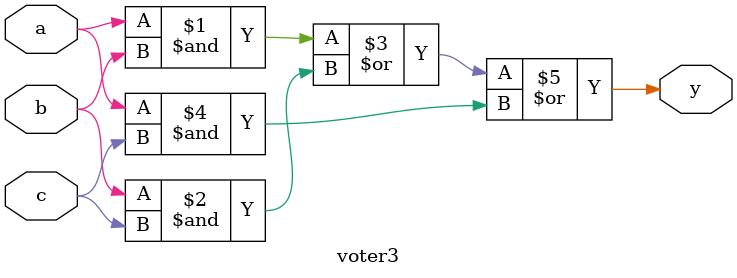
<source format=v>
module voter3 #(
  parameter W = 1
)(
  input  [W-1:0] a,
  input  [W-1:0] b,
  input  [W-1:0] c,
  output [W-1:0] y
);
  assign y = (a & b) | (b & c) | (a & c);
endmodule

</source>
